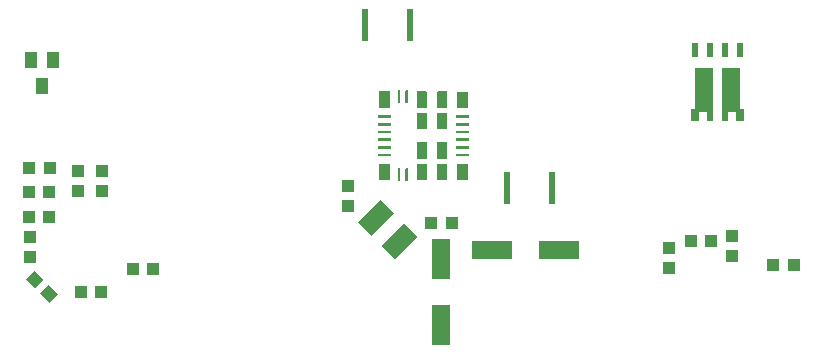
<source format=gbr>
G04 EAGLE Gerber RS-274X export*
G75*
%MOMM*%
%FSLAX34Y34*%
%LPD*%
%INSolderpaste Bottom*%
%IPPOS*%
%AMOC8*
5,1,8,0,0,1.08239X$1,22.5*%
G01*
%ADD10R,1.100000X1.000000*%
%ADD11R,1.000000X1.100000*%
%ADD12R,0.558800X2.794000*%
%ADD13R,1.600000X2.700000*%
%ADD14R,1.000000X1.400000*%
%ADD15R,3.500000X1.600000*%
%ADD16R,1.600000X3.500000*%
%ADD17R,0.610000X1.020000*%
%ADD18R,1.650000X3.810000*%
%ADD19R,0.610000X1.270000*%
%ADD20R,0.650000X1.100000*%
%ADD21R,0.650000X1.050000*%
%ADD22R,0.700000X0.100000*%
%ADD23R,0.100000X1.300000*%

G36*
X-16294Y-296335D02*
X-16294Y-296335D01*
X-16290Y-296338D01*
X-16099Y-296300D01*
X-16090Y-296290D01*
X-16081Y-296293D01*
X-15919Y-296185D01*
X-15915Y-296171D01*
X-15906Y-296171D01*
X-15797Y-296009D01*
X-15798Y-295995D01*
X-15790Y-295991D01*
X-15752Y-295800D01*
X-15755Y-295793D01*
X-15751Y-295790D01*
X-15751Y-282790D01*
X-15755Y-282784D01*
X-15752Y-282780D01*
X-15790Y-282589D01*
X-15800Y-282580D01*
X-15797Y-282571D01*
X-15906Y-282409D01*
X-15919Y-282405D01*
X-15919Y-282396D01*
X-16081Y-282287D01*
X-16095Y-282288D01*
X-16099Y-282280D01*
X-16290Y-282242D01*
X-16297Y-282245D01*
X-16300Y-282241D01*
X-24300Y-282241D01*
X-24306Y-282245D01*
X-24310Y-282242D01*
X-24501Y-282280D01*
X-24510Y-282290D01*
X-24519Y-282287D01*
X-24681Y-282396D01*
X-24685Y-282409D01*
X-24695Y-282409D01*
X-24803Y-282571D01*
X-24802Y-282580D01*
X-24809Y-282585D01*
X-24807Y-282588D01*
X-24810Y-282589D01*
X-24848Y-282780D01*
X-24845Y-282787D01*
X-24849Y-282790D01*
X-24849Y-295790D01*
X-24845Y-295796D01*
X-24848Y-295800D01*
X-24810Y-295991D01*
X-24800Y-296000D01*
X-24803Y-296009D01*
X-24695Y-296171D01*
X-24681Y-296175D01*
X-24681Y-296185D01*
X-24519Y-296293D01*
X-24505Y-296292D01*
X-24501Y-296300D01*
X-24310Y-296338D01*
X-24303Y-296335D01*
X-24300Y-296339D01*
X-16300Y-296339D01*
X-16294Y-296335D01*
G37*
G36*
X49706Y-296835D02*
X49706Y-296835D01*
X49710Y-296838D01*
X49901Y-296800D01*
X49910Y-296790D01*
X49919Y-296793D01*
X50081Y-296685D01*
X50085Y-296671D01*
X50095Y-296671D01*
X50203Y-296509D01*
X50202Y-296495D01*
X50210Y-296491D01*
X50248Y-296300D01*
X50245Y-296293D01*
X50249Y-296290D01*
X50249Y-283290D01*
X50245Y-283284D01*
X50248Y-283280D01*
X50210Y-283089D01*
X50200Y-283080D01*
X50203Y-283071D01*
X50095Y-282909D01*
X50081Y-282905D01*
X50081Y-282896D01*
X49919Y-282787D01*
X49905Y-282788D01*
X49901Y-282780D01*
X49710Y-282742D01*
X49703Y-282745D01*
X49700Y-282741D01*
X41700Y-282741D01*
X41694Y-282745D01*
X41690Y-282742D01*
X41499Y-282780D01*
X41490Y-282790D01*
X41481Y-282787D01*
X41319Y-282896D01*
X41315Y-282909D01*
X41306Y-282909D01*
X41197Y-283071D01*
X41198Y-283080D01*
X41191Y-283085D01*
X41193Y-283088D01*
X41190Y-283089D01*
X41152Y-283280D01*
X41155Y-283287D01*
X41151Y-283290D01*
X41151Y-296290D01*
X41155Y-296296D01*
X41152Y-296300D01*
X41190Y-296491D01*
X41200Y-296500D01*
X41197Y-296509D01*
X41306Y-296671D01*
X41319Y-296675D01*
X41319Y-296685D01*
X41481Y-296793D01*
X41495Y-296792D01*
X41499Y-296800D01*
X41690Y-296838D01*
X41697Y-296835D01*
X41700Y-296839D01*
X49700Y-296839D01*
X49706Y-296835D01*
G37*
G36*
X49706Y-357585D02*
X49706Y-357585D01*
X49710Y-357588D01*
X49901Y-357550D01*
X49910Y-357540D01*
X49919Y-357543D01*
X50081Y-357435D01*
X50085Y-357421D01*
X50095Y-357421D01*
X50203Y-357259D01*
X50202Y-357245D01*
X50210Y-357241D01*
X50248Y-357050D01*
X50245Y-357043D01*
X50249Y-357040D01*
X50249Y-344040D01*
X50245Y-344034D01*
X50248Y-344030D01*
X50210Y-343839D01*
X50200Y-343830D01*
X50203Y-343821D01*
X50095Y-343659D01*
X50081Y-343655D01*
X50081Y-343646D01*
X49919Y-343537D01*
X49905Y-343538D01*
X49901Y-343530D01*
X49710Y-343492D01*
X49703Y-343495D01*
X49700Y-343491D01*
X41700Y-343491D01*
X41694Y-343495D01*
X41690Y-343492D01*
X41499Y-343530D01*
X41490Y-343540D01*
X41481Y-343537D01*
X41319Y-343646D01*
X41315Y-343659D01*
X41306Y-343659D01*
X41197Y-343821D01*
X41198Y-343830D01*
X41191Y-343835D01*
X41193Y-343838D01*
X41190Y-343839D01*
X41152Y-344030D01*
X41155Y-344037D01*
X41151Y-344040D01*
X41151Y-357040D01*
X41155Y-357046D01*
X41152Y-357050D01*
X41190Y-357241D01*
X41200Y-357250D01*
X41197Y-357259D01*
X41306Y-357421D01*
X41319Y-357425D01*
X41319Y-357435D01*
X41481Y-357543D01*
X41495Y-357542D01*
X41499Y-357550D01*
X41690Y-357588D01*
X41697Y-357585D01*
X41700Y-357589D01*
X49700Y-357589D01*
X49706Y-357585D01*
G37*
G36*
X-16294Y-357585D02*
X-16294Y-357585D01*
X-16290Y-357588D01*
X-16099Y-357550D01*
X-16090Y-357540D01*
X-16081Y-357543D01*
X-15919Y-357435D01*
X-15915Y-357421D01*
X-15906Y-357421D01*
X-15797Y-357259D01*
X-15798Y-357245D01*
X-15790Y-357241D01*
X-15752Y-357050D01*
X-15755Y-357043D01*
X-15751Y-357040D01*
X-15751Y-344040D01*
X-15755Y-344034D01*
X-15752Y-344030D01*
X-15790Y-343839D01*
X-15800Y-343830D01*
X-15797Y-343821D01*
X-15906Y-343659D01*
X-15919Y-343655D01*
X-15919Y-343646D01*
X-16081Y-343537D01*
X-16095Y-343538D01*
X-16099Y-343530D01*
X-16290Y-343492D01*
X-16297Y-343495D01*
X-16300Y-343491D01*
X-24300Y-343491D01*
X-24306Y-343495D01*
X-24310Y-343492D01*
X-24501Y-343530D01*
X-24510Y-343540D01*
X-24519Y-343537D01*
X-24681Y-343646D01*
X-24685Y-343659D01*
X-24695Y-343659D01*
X-24803Y-343821D01*
X-24802Y-343830D01*
X-24809Y-343835D01*
X-24807Y-343838D01*
X-24810Y-343839D01*
X-24848Y-344030D01*
X-24845Y-344037D01*
X-24849Y-344040D01*
X-24849Y-357040D01*
X-24845Y-357046D01*
X-24848Y-357050D01*
X-24810Y-357241D01*
X-24800Y-357250D01*
X-24803Y-357259D01*
X-24695Y-357421D01*
X-24681Y-357425D01*
X-24681Y-357435D01*
X-24519Y-357543D01*
X-24505Y-357542D01*
X-24501Y-357550D01*
X-24310Y-357588D01*
X-24303Y-357585D01*
X-24300Y-357589D01*
X-16300Y-357589D01*
X-16294Y-357585D01*
G37*
G36*
X14956Y-296585D02*
X14956Y-296585D01*
X14960Y-296588D01*
X15151Y-296550D01*
X15160Y-296540D01*
X15169Y-296543D01*
X15331Y-296435D01*
X15335Y-296421D01*
X15345Y-296421D01*
X15453Y-296259D01*
X15452Y-296245D01*
X15460Y-296241D01*
X15498Y-296050D01*
X15495Y-296043D01*
X15499Y-296040D01*
X15499Y-283040D01*
X15495Y-283034D01*
X15498Y-283030D01*
X15460Y-282839D01*
X15450Y-282830D01*
X15453Y-282821D01*
X15345Y-282659D01*
X15331Y-282655D01*
X15331Y-282646D01*
X15169Y-282537D01*
X15155Y-282538D01*
X15151Y-282530D01*
X14960Y-282492D01*
X14953Y-282495D01*
X14950Y-282491D01*
X7450Y-282491D01*
X7444Y-282495D01*
X7440Y-282492D01*
X7249Y-282530D01*
X7240Y-282540D01*
X7231Y-282537D01*
X7069Y-282646D01*
X7065Y-282659D01*
X7056Y-282659D01*
X6947Y-282821D01*
X6948Y-282830D01*
X6941Y-282835D01*
X6943Y-282838D01*
X6940Y-282839D01*
X6902Y-283030D01*
X6905Y-283037D01*
X6901Y-283040D01*
X6901Y-296040D01*
X6905Y-296046D01*
X6902Y-296050D01*
X6940Y-296241D01*
X6950Y-296250D01*
X6947Y-296259D01*
X7056Y-296421D01*
X7069Y-296425D01*
X7069Y-296435D01*
X7231Y-296543D01*
X7245Y-296542D01*
X7249Y-296550D01*
X7440Y-296588D01*
X7447Y-296585D01*
X7450Y-296589D01*
X14950Y-296589D01*
X14956Y-296585D01*
G37*
G36*
X32456Y-296585D02*
X32456Y-296585D01*
X32460Y-296588D01*
X32651Y-296550D01*
X32660Y-296540D01*
X32669Y-296543D01*
X32831Y-296435D01*
X32835Y-296421D01*
X32845Y-296421D01*
X32953Y-296259D01*
X32952Y-296245D01*
X32960Y-296241D01*
X32998Y-296050D01*
X32995Y-296043D01*
X32999Y-296040D01*
X32999Y-283040D01*
X32995Y-283034D01*
X32998Y-283030D01*
X32960Y-282839D01*
X32950Y-282830D01*
X32953Y-282821D01*
X32845Y-282659D01*
X32831Y-282655D01*
X32831Y-282646D01*
X32669Y-282537D01*
X32655Y-282538D01*
X32651Y-282530D01*
X32460Y-282492D01*
X32453Y-282495D01*
X32450Y-282491D01*
X24950Y-282491D01*
X24944Y-282495D01*
X24940Y-282492D01*
X24749Y-282530D01*
X24740Y-282540D01*
X24731Y-282537D01*
X24569Y-282646D01*
X24565Y-282659D01*
X24556Y-282659D01*
X24447Y-282821D01*
X24448Y-282830D01*
X24441Y-282835D01*
X24443Y-282838D01*
X24440Y-282839D01*
X24402Y-283030D01*
X24405Y-283037D01*
X24401Y-283040D01*
X24401Y-296040D01*
X24405Y-296046D01*
X24402Y-296050D01*
X24440Y-296241D01*
X24450Y-296250D01*
X24447Y-296259D01*
X24556Y-296421D01*
X24569Y-296425D01*
X24569Y-296435D01*
X24731Y-296543D01*
X24745Y-296542D01*
X24749Y-296550D01*
X24940Y-296588D01*
X24947Y-296585D01*
X24950Y-296589D01*
X32450Y-296589D01*
X32456Y-296585D01*
G37*
G36*
X32456Y-314585D02*
X32456Y-314585D01*
X32460Y-314588D01*
X32651Y-314550D01*
X32660Y-314540D01*
X32669Y-314543D01*
X32831Y-314435D01*
X32835Y-314421D01*
X32845Y-314421D01*
X32953Y-314259D01*
X32952Y-314245D01*
X32960Y-314241D01*
X32998Y-314050D01*
X32995Y-314043D01*
X32999Y-314040D01*
X32999Y-301040D01*
X32995Y-301034D01*
X32998Y-301030D01*
X32960Y-300839D01*
X32950Y-300830D01*
X32953Y-300821D01*
X32845Y-300659D01*
X32831Y-300655D01*
X32831Y-300646D01*
X32669Y-300537D01*
X32655Y-300538D01*
X32651Y-300530D01*
X32460Y-300492D01*
X32453Y-300495D01*
X32450Y-300491D01*
X24950Y-300491D01*
X24944Y-300495D01*
X24940Y-300492D01*
X24749Y-300530D01*
X24740Y-300540D01*
X24731Y-300537D01*
X24569Y-300646D01*
X24565Y-300659D01*
X24556Y-300659D01*
X24447Y-300821D01*
X24448Y-300830D01*
X24441Y-300835D01*
X24443Y-300838D01*
X24440Y-300839D01*
X24402Y-301030D01*
X24405Y-301037D01*
X24401Y-301040D01*
X24401Y-314040D01*
X24405Y-314046D01*
X24402Y-314050D01*
X24440Y-314241D01*
X24450Y-314250D01*
X24447Y-314259D01*
X24556Y-314421D01*
X24569Y-314425D01*
X24569Y-314435D01*
X24731Y-314543D01*
X24745Y-314542D01*
X24749Y-314550D01*
X24940Y-314588D01*
X24947Y-314585D01*
X24950Y-314589D01*
X32450Y-314589D01*
X32456Y-314585D01*
G37*
G36*
X14956Y-314585D02*
X14956Y-314585D01*
X14960Y-314588D01*
X15151Y-314550D01*
X15160Y-314540D01*
X15169Y-314543D01*
X15331Y-314435D01*
X15335Y-314421D01*
X15345Y-314421D01*
X15453Y-314259D01*
X15452Y-314245D01*
X15460Y-314241D01*
X15498Y-314050D01*
X15495Y-314043D01*
X15499Y-314040D01*
X15499Y-301040D01*
X15495Y-301034D01*
X15498Y-301030D01*
X15460Y-300839D01*
X15450Y-300830D01*
X15453Y-300821D01*
X15345Y-300659D01*
X15331Y-300655D01*
X15331Y-300646D01*
X15169Y-300537D01*
X15155Y-300538D01*
X15151Y-300530D01*
X14960Y-300492D01*
X14953Y-300495D01*
X14950Y-300491D01*
X7450Y-300491D01*
X7444Y-300495D01*
X7440Y-300492D01*
X7249Y-300530D01*
X7240Y-300540D01*
X7231Y-300537D01*
X7069Y-300646D01*
X7065Y-300659D01*
X7056Y-300659D01*
X6947Y-300821D01*
X6948Y-300830D01*
X6941Y-300835D01*
X6943Y-300838D01*
X6940Y-300839D01*
X6902Y-301030D01*
X6905Y-301037D01*
X6901Y-301040D01*
X6901Y-314040D01*
X6905Y-314046D01*
X6902Y-314050D01*
X6940Y-314241D01*
X6950Y-314250D01*
X6947Y-314259D01*
X7056Y-314421D01*
X7069Y-314425D01*
X7069Y-314435D01*
X7231Y-314543D01*
X7245Y-314542D01*
X7249Y-314550D01*
X7440Y-314588D01*
X7447Y-314585D01*
X7450Y-314589D01*
X14950Y-314589D01*
X14956Y-314585D01*
G37*
G36*
X14956Y-339585D02*
X14956Y-339585D01*
X14960Y-339588D01*
X15151Y-339550D01*
X15160Y-339540D01*
X15169Y-339543D01*
X15331Y-339435D01*
X15335Y-339421D01*
X15345Y-339421D01*
X15453Y-339259D01*
X15452Y-339245D01*
X15460Y-339241D01*
X15498Y-339050D01*
X15495Y-339043D01*
X15499Y-339040D01*
X15499Y-326040D01*
X15495Y-326034D01*
X15498Y-326030D01*
X15460Y-325839D01*
X15450Y-325830D01*
X15453Y-325821D01*
X15345Y-325659D01*
X15331Y-325655D01*
X15331Y-325646D01*
X15169Y-325537D01*
X15155Y-325538D01*
X15151Y-325530D01*
X14960Y-325492D01*
X14953Y-325495D01*
X14950Y-325491D01*
X7450Y-325491D01*
X7444Y-325495D01*
X7440Y-325492D01*
X7249Y-325530D01*
X7240Y-325540D01*
X7231Y-325537D01*
X7069Y-325646D01*
X7065Y-325659D01*
X7056Y-325659D01*
X6947Y-325821D01*
X6948Y-325830D01*
X6941Y-325835D01*
X6943Y-325838D01*
X6940Y-325839D01*
X6902Y-326030D01*
X6905Y-326037D01*
X6901Y-326040D01*
X6901Y-339040D01*
X6905Y-339046D01*
X6902Y-339050D01*
X6940Y-339241D01*
X6950Y-339250D01*
X6947Y-339259D01*
X7056Y-339421D01*
X7069Y-339425D01*
X7069Y-339435D01*
X7231Y-339543D01*
X7245Y-339542D01*
X7249Y-339550D01*
X7440Y-339588D01*
X7447Y-339585D01*
X7450Y-339589D01*
X14950Y-339589D01*
X14956Y-339585D01*
G37*
G36*
X32456Y-339585D02*
X32456Y-339585D01*
X32460Y-339588D01*
X32651Y-339550D01*
X32660Y-339540D01*
X32669Y-339543D01*
X32831Y-339435D01*
X32835Y-339421D01*
X32845Y-339421D01*
X32953Y-339259D01*
X32952Y-339245D01*
X32960Y-339241D01*
X32998Y-339050D01*
X32995Y-339043D01*
X32999Y-339040D01*
X32999Y-326040D01*
X32995Y-326034D01*
X32998Y-326030D01*
X32960Y-325839D01*
X32950Y-325830D01*
X32953Y-325821D01*
X32845Y-325659D01*
X32831Y-325655D01*
X32831Y-325646D01*
X32669Y-325537D01*
X32655Y-325538D01*
X32651Y-325530D01*
X32460Y-325492D01*
X32453Y-325495D01*
X32450Y-325491D01*
X24950Y-325491D01*
X24944Y-325495D01*
X24940Y-325492D01*
X24749Y-325530D01*
X24740Y-325540D01*
X24731Y-325537D01*
X24569Y-325646D01*
X24565Y-325659D01*
X24556Y-325659D01*
X24447Y-325821D01*
X24448Y-325830D01*
X24441Y-325835D01*
X24443Y-325838D01*
X24440Y-325839D01*
X24402Y-326030D01*
X24405Y-326037D01*
X24401Y-326040D01*
X24401Y-339040D01*
X24405Y-339046D01*
X24402Y-339050D01*
X24440Y-339241D01*
X24450Y-339250D01*
X24447Y-339259D01*
X24556Y-339421D01*
X24569Y-339425D01*
X24569Y-339435D01*
X24731Y-339543D01*
X24745Y-339542D01*
X24749Y-339550D01*
X24940Y-339588D01*
X24947Y-339585D01*
X24950Y-339589D01*
X32450Y-339589D01*
X32456Y-339585D01*
G37*
G36*
X32456Y-357835D02*
X32456Y-357835D01*
X32460Y-357838D01*
X32651Y-357800D01*
X32660Y-357790D01*
X32669Y-357793D01*
X32831Y-357685D01*
X32835Y-357671D01*
X32845Y-357671D01*
X32953Y-357509D01*
X32952Y-357495D01*
X32960Y-357491D01*
X32998Y-357300D01*
X32995Y-357293D01*
X32999Y-357290D01*
X32999Y-344290D01*
X32995Y-344284D01*
X32998Y-344280D01*
X32960Y-344089D01*
X32950Y-344080D01*
X32953Y-344071D01*
X32845Y-343909D01*
X32831Y-343905D01*
X32831Y-343896D01*
X32669Y-343787D01*
X32655Y-343788D01*
X32651Y-343780D01*
X32460Y-343742D01*
X32453Y-343745D01*
X32450Y-343741D01*
X24950Y-343741D01*
X24944Y-343745D01*
X24940Y-343742D01*
X24749Y-343780D01*
X24740Y-343790D01*
X24731Y-343787D01*
X24569Y-343896D01*
X24565Y-343909D01*
X24556Y-343909D01*
X24447Y-344071D01*
X24448Y-344080D01*
X24441Y-344085D01*
X24443Y-344088D01*
X24440Y-344089D01*
X24402Y-344280D01*
X24405Y-344287D01*
X24401Y-344290D01*
X24401Y-357290D01*
X24405Y-357296D01*
X24402Y-357300D01*
X24440Y-357491D01*
X24450Y-357500D01*
X24447Y-357509D01*
X24556Y-357671D01*
X24569Y-357675D01*
X24569Y-357685D01*
X24731Y-357793D01*
X24745Y-357792D01*
X24749Y-357800D01*
X24940Y-357838D01*
X24947Y-357835D01*
X24950Y-357839D01*
X32450Y-357839D01*
X32456Y-357835D01*
G37*
G36*
X14956Y-357835D02*
X14956Y-357835D01*
X14960Y-357838D01*
X15151Y-357800D01*
X15160Y-357790D01*
X15169Y-357793D01*
X15331Y-357685D01*
X15335Y-357671D01*
X15345Y-357671D01*
X15453Y-357509D01*
X15452Y-357495D01*
X15460Y-357491D01*
X15498Y-357300D01*
X15495Y-357293D01*
X15499Y-357290D01*
X15499Y-344290D01*
X15495Y-344284D01*
X15498Y-344280D01*
X15460Y-344089D01*
X15450Y-344080D01*
X15453Y-344071D01*
X15345Y-343909D01*
X15331Y-343905D01*
X15331Y-343896D01*
X15169Y-343787D01*
X15155Y-343788D01*
X15151Y-343780D01*
X14960Y-343742D01*
X14953Y-343745D01*
X14950Y-343741D01*
X7450Y-343741D01*
X7444Y-343745D01*
X7440Y-343742D01*
X7249Y-343780D01*
X7240Y-343790D01*
X7231Y-343787D01*
X7069Y-343896D01*
X7065Y-343909D01*
X7056Y-343909D01*
X6947Y-344071D01*
X6948Y-344080D01*
X6941Y-344085D01*
X6943Y-344088D01*
X6940Y-344089D01*
X6902Y-344280D01*
X6905Y-344287D01*
X6901Y-344290D01*
X6901Y-357290D01*
X6905Y-357296D01*
X6902Y-357300D01*
X6940Y-357491D01*
X6950Y-357500D01*
X6947Y-357509D01*
X7056Y-357671D01*
X7069Y-357675D01*
X7069Y-357685D01*
X7231Y-357793D01*
X7245Y-357792D01*
X7249Y-357800D01*
X7440Y-357838D01*
X7447Y-357835D01*
X7450Y-357839D01*
X14950Y-357839D01*
X14956Y-357835D01*
G37*
G36*
X-1044Y-292585D02*
X-1044Y-292585D01*
X-1040Y-292588D01*
X-849Y-292550D01*
X-840Y-292540D01*
X-831Y-292543D01*
X-669Y-292435D01*
X-665Y-292421D01*
X-656Y-292421D01*
X-547Y-292259D01*
X-548Y-292245D01*
X-540Y-292241D01*
X-502Y-292050D01*
X-505Y-292043D01*
X-501Y-292040D01*
X-501Y-282040D01*
X-505Y-282034D01*
X-502Y-282030D01*
X-540Y-281839D01*
X-550Y-281830D01*
X-547Y-281821D01*
X-656Y-281659D01*
X-669Y-281655D01*
X-669Y-281646D01*
X-831Y-281537D01*
X-845Y-281538D01*
X-849Y-281530D01*
X-1040Y-281492D01*
X-1047Y-281495D01*
X-1050Y-281491D01*
X-2050Y-281491D01*
X-2056Y-281495D01*
X-2060Y-281492D01*
X-2251Y-281530D01*
X-2260Y-281540D01*
X-2269Y-281537D01*
X-2431Y-281646D01*
X-2435Y-281659D01*
X-2445Y-281659D01*
X-2553Y-281821D01*
X-2552Y-281833D01*
X-2559Y-281838D01*
X-2560Y-281839D01*
X-2598Y-282030D01*
X-2596Y-282035D01*
X-2597Y-282036D01*
X-2596Y-282038D01*
X-2599Y-282040D01*
X-2599Y-292040D01*
X-2595Y-292046D01*
X-2598Y-292050D01*
X-2560Y-292241D01*
X-2550Y-292250D01*
X-2553Y-292259D01*
X-2445Y-292421D01*
X-2431Y-292425D01*
X-2431Y-292435D01*
X-2269Y-292543D01*
X-2255Y-292542D01*
X-2251Y-292550D01*
X-2060Y-292588D01*
X-2053Y-292585D01*
X-2050Y-292589D01*
X-1050Y-292589D01*
X-1044Y-292585D01*
G37*
G36*
X-7544Y-292585D02*
X-7544Y-292585D01*
X-7540Y-292588D01*
X-7349Y-292550D01*
X-7340Y-292540D01*
X-7331Y-292543D01*
X-7169Y-292435D01*
X-7165Y-292421D01*
X-7156Y-292421D01*
X-7047Y-292259D01*
X-7048Y-292245D01*
X-7040Y-292241D01*
X-7002Y-292050D01*
X-7005Y-292043D01*
X-7001Y-292040D01*
X-7001Y-282040D01*
X-7005Y-282034D01*
X-7002Y-282030D01*
X-7040Y-281839D01*
X-7050Y-281830D01*
X-7047Y-281821D01*
X-7156Y-281659D01*
X-7169Y-281655D01*
X-7169Y-281646D01*
X-7331Y-281537D01*
X-7345Y-281538D01*
X-7349Y-281530D01*
X-7540Y-281492D01*
X-7547Y-281495D01*
X-7550Y-281491D01*
X-8550Y-281491D01*
X-8556Y-281495D01*
X-8560Y-281492D01*
X-8751Y-281530D01*
X-8760Y-281540D01*
X-8769Y-281537D01*
X-8931Y-281646D01*
X-8935Y-281659D01*
X-8945Y-281659D01*
X-9053Y-281821D01*
X-9052Y-281833D01*
X-9059Y-281838D01*
X-9060Y-281839D01*
X-9098Y-282030D01*
X-9096Y-282035D01*
X-9097Y-282036D01*
X-9096Y-282038D01*
X-9099Y-282040D01*
X-9099Y-292040D01*
X-9095Y-292046D01*
X-9098Y-292050D01*
X-9060Y-292241D01*
X-9050Y-292250D01*
X-9053Y-292259D01*
X-8945Y-292421D01*
X-8931Y-292425D01*
X-8931Y-292435D01*
X-8769Y-292543D01*
X-8755Y-292542D01*
X-8751Y-292550D01*
X-8560Y-292588D01*
X-8553Y-292585D01*
X-8550Y-292589D01*
X-7550Y-292589D01*
X-7544Y-292585D01*
G37*
G36*
X-1044Y-358585D02*
X-1044Y-358585D01*
X-1040Y-358588D01*
X-849Y-358550D01*
X-840Y-358540D01*
X-831Y-358543D01*
X-669Y-358435D01*
X-665Y-358421D01*
X-656Y-358421D01*
X-547Y-358259D01*
X-548Y-358245D01*
X-540Y-358241D01*
X-502Y-358050D01*
X-505Y-358043D01*
X-501Y-358040D01*
X-501Y-348040D01*
X-505Y-348034D01*
X-502Y-348030D01*
X-540Y-347839D01*
X-550Y-347830D01*
X-547Y-347821D01*
X-656Y-347659D01*
X-669Y-347655D01*
X-669Y-347646D01*
X-831Y-347537D01*
X-845Y-347538D01*
X-849Y-347530D01*
X-1040Y-347492D01*
X-1047Y-347495D01*
X-1050Y-347491D01*
X-2050Y-347491D01*
X-2056Y-347495D01*
X-2060Y-347492D01*
X-2251Y-347530D01*
X-2260Y-347540D01*
X-2269Y-347537D01*
X-2431Y-347646D01*
X-2435Y-347659D01*
X-2445Y-347659D01*
X-2553Y-347821D01*
X-2552Y-347833D01*
X-2559Y-347838D01*
X-2560Y-347839D01*
X-2598Y-348030D01*
X-2596Y-348035D01*
X-2597Y-348036D01*
X-2596Y-348038D01*
X-2599Y-348040D01*
X-2599Y-358040D01*
X-2595Y-358046D01*
X-2598Y-358050D01*
X-2560Y-358241D01*
X-2550Y-358250D01*
X-2553Y-358259D01*
X-2445Y-358421D01*
X-2431Y-358425D01*
X-2431Y-358435D01*
X-2269Y-358543D01*
X-2255Y-358542D01*
X-2251Y-358550D01*
X-2060Y-358588D01*
X-2053Y-358585D01*
X-2050Y-358589D01*
X-1050Y-358589D01*
X-1044Y-358585D01*
G37*
G36*
X-7544Y-358585D02*
X-7544Y-358585D01*
X-7540Y-358588D01*
X-7349Y-358550D01*
X-7340Y-358540D01*
X-7331Y-358543D01*
X-7169Y-358435D01*
X-7165Y-358421D01*
X-7156Y-358421D01*
X-7047Y-358259D01*
X-7048Y-358245D01*
X-7040Y-358241D01*
X-7002Y-358050D01*
X-7005Y-358043D01*
X-7001Y-358040D01*
X-7001Y-348040D01*
X-7005Y-348034D01*
X-7002Y-348030D01*
X-7040Y-347839D01*
X-7050Y-347830D01*
X-7047Y-347821D01*
X-7156Y-347659D01*
X-7169Y-347655D01*
X-7169Y-347646D01*
X-7331Y-347537D01*
X-7345Y-347538D01*
X-7349Y-347530D01*
X-7540Y-347492D01*
X-7547Y-347495D01*
X-7550Y-347491D01*
X-8550Y-347491D01*
X-8556Y-347495D01*
X-8560Y-347492D01*
X-8751Y-347530D01*
X-8760Y-347540D01*
X-8769Y-347537D01*
X-8931Y-347646D01*
X-8935Y-347659D01*
X-8945Y-347659D01*
X-9053Y-347821D01*
X-9052Y-347833D01*
X-9059Y-347838D01*
X-9060Y-347839D01*
X-9098Y-348030D01*
X-9096Y-348035D01*
X-9097Y-348036D01*
X-9096Y-348038D01*
X-9099Y-348040D01*
X-9099Y-358040D01*
X-9095Y-358046D01*
X-9098Y-358050D01*
X-9060Y-358241D01*
X-9050Y-358250D01*
X-9053Y-358259D01*
X-8945Y-358421D01*
X-8931Y-358425D01*
X-8931Y-358435D01*
X-8769Y-358543D01*
X-8755Y-358542D01*
X-8751Y-358550D01*
X-8560Y-358588D01*
X-8553Y-358585D01*
X-8550Y-358589D01*
X-7550Y-358589D01*
X-7544Y-358585D01*
G37*
G36*
X-15294Y-304835D02*
X-15294Y-304835D01*
X-15290Y-304838D01*
X-15099Y-304800D01*
X-15090Y-304790D01*
X-15081Y-304793D01*
X-14919Y-304685D01*
X-14915Y-304671D01*
X-14906Y-304671D01*
X-14797Y-304509D01*
X-14798Y-304495D01*
X-14790Y-304491D01*
X-14752Y-304300D01*
X-14755Y-304293D01*
X-14751Y-304290D01*
X-14751Y-303290D01*
X-14755Y-303284D01*
X-14752Y-303280D01*
X-14790Y-303089D01*
X-14800Y-303080D01*
X-14797Y-303071D01*
X-14906Y-302909D01*
X-14919Y-302905D01*
X-14919Y-302896D01*
X-15081Y-302787D01*
X-15095Y-302788D01*
X-15099Y-302780D01*
X-15290Y-302742D01*
X-15297Y-302745D01*
X-15300Y-302741D01*
X-25300Y-302741D01*
X-25306Y-302745D01*
X-25310Y-302742D01*
X-25501Y-302780D01*
X-25510Y-302790D01*
X-25519Y-302787D01*
X-25681Y-302896D01*
X-25685Y-302909D01*
X-25695Y-302909D01*
X-25803Y-303071D01*
X-25802Y-303085D01*
X-25810Y-303089D01*
X-25848Y-303280D01*
X-25845Y-303287D01*
X-25849Y-303290D01*
X-25849Y-304290D01*
X-25845Y-304296D01*
X-25848Y-304300D01*
X-25810Y-304491D01*
X-25800Y-304500D01*
X-25803Y-304509D01*
X-25695Y-304671D01*
X-25681Y-304675D01*
X-25681Y-304685D01*
X-25519Y-304793D01*
X-25505Y-304792D01*
X-25501Y-304800D01*
X-25310Y-304838D01*
X-25303Y-304835D01*
X-25300Y-304839D01*
X-15300Y-304839D01*
X-15294Y-304835D01*
G37*
G36*
X50706Y-304835D02*
X50706Y-304835D01*
X50710Y-304838D01*
X50901Y-304800D01*
X50910Y-304790D01*
X50919Y-304793D01*
X51081Y-304685D01*
X51085Y-304671D01*
X51095Y-304671D01*
X51203Y-304509D01*
X51202Y-304495D01*
X51210Y-304491D01*
X51248Y-304300D01*
X51245Y-304293D01*
X51249Y-304290D01*
X51249Y-303290D01*
X51245Y-303284D01*
X51248Y-303280D01*
X51210Y-303089D01*
X51200Y-303080D01*
X51203Y-303071D01*
X51095Y-302909D01*
X51081Y-302905D01*
X51081Y-302896D01*
X50919Y-302787D01*
X50905Y-302788D01*
X50901Y-302780D01*
X50710Y-302742D01*
X50703Y-302745D01*
X50700Y-302741D01*
X40700Y-302741D01*
X40694Y-302745D01*
X40690Y-302742D01*
X40499Y-302780D01*
X40490Y-302790D01*
X40481Y-302787D01*
X40319Y-302896D01*
X40315Y-302909D01*
X40306Y-302909D01*
X40197Y-303071D01*
X40198Y-303085D01*
X40190Y-303089D01*
X40152Y-303280D01*
X40155Y-303287D01*
X40151Y-303290D01*
X40151Y-304290D01*
X40155Y-304296D01*
X40152Y-304300D01*
X40190Y-304491D01*
X40200Y-304500D01*
X40197Y-304509D01*
X40306Y-304671D01*
X40319Y-304675D01*
X40319Y-304685D01*
X40481Y-304793D01*
X40495Y-304792D01*
X40499Y-304800D01*
X40690Y-304838D01*
X40697Y-304835D01*
X40700Y-304839D01*
X50700Y-304839D01*
X50706Y-304835D01*
G37*
G36*
X50706Y-311335D02*
X50706Y-311335D01*
X50710Y-311338D01*
X50901Y-311300D01*
X50910Y-311290D01*
X50919Y-311293D01*
X51081Y-311185D01*
X51085Y-311171D01*
X51095Y-311171D01*
X51203Y-311009D01*
X51202Y-310995D01*
X51210Y-310991D01*
X51248Y-310800D01*
X51245Y-310793D01*
X51249Y-310790D01*
X51249Y-309790D01*
X51245Y-309784D01*
X51248Y-309780D01*
X51210Y-309589D01*
X51200Y-309580D01*
X51203Y-309571D01*
X51095Y-309409D01*
X51081Y-309405D01*
X51081Y-309396D01*
X50919Y-309287D01*
X50905Y-309288D01*
X50901Y-309280D01*
X50710Y-309242D01*
X50703Y-309245D01*
X50700Y-309241D01*
X40700Y-309241D01*
X40694Y-309245D01*
X40690Y-309242D01*
X40499Y-309280D01*
X40490Y-309290D01*
X40481Y-309287D01*
X40319Y-309396D01*
X40315Y-309409D01*
X40306Y-309409D01*
X40197Y-309571D01*
X40198Y-309585D01*
X40190Y-309589D01*
X40152Y-309780D01*
X40155Y-309787D01*
X40151Y-309790D01*
X40151Y-310790D01*
X40155Y-310796D01*
X40152Y-310800D01*
X40190Y-310991D01*
X40200Y-311000D01*
X40197Y-311009D01*
X40306Y-311171D01*
X40319Y-311175D01*
X40319Y-311185D01*
X40481Y-311293D01*
X40495Y-311292D01*
X40499Y-311300D01*
X40690Y-311338D01*
X40697Y-311335D01*
X40700Y-311339D01*
X50700Y-311339D01*
X50706Y-311335D01*
G37*
G36*
X-15294Y-311335D02*
X-15294Y-311335D01*
X-15290Y-311338D01*
X-15099Y-311300D01*
X-15090Y-311290D01*
X-15081Y-311293D01*
X-14919Y-311185D01*
X-14915Y-311171D01*
X-14906Y-311171D01*
X-14797Y-311009D01*
X-14798Y-310995D01*
X-14790Y-310991D01*
X-14752Y-310800D01*
X-14755Y-310793D01*
X-14751Y-310790D01*
X-14751Y-309790D01*
X-14755Y-309784D01*
X-14752Y-309780D01*
X-14790Y-309589D01*
X-14800Y-309580D01*
X-14797Y-309571D01*
X-14906Y-309409D01*
X-14919Y-309405D01*
X-14919Y-309396D01*
X-15081Y-309287D01*
X-15095Y-309288D01*
X-15099Y-309280D01*
X-15290Y-309242D01*
X-15297Y-309245D01*
X-15300Y-309241D01*
X-25300Y-309241D01*
X-25306Y-309245D01*
X-25310Y-309242D01*
X-25501Y-309280D01*
X-25510Y-309290D01*
X-25519Y-309287D01*
X-25681Y-309396D01*
X-25685Y-309409D01*
X-25695Y-309409D01*
X-25803Y-309571D01*
X-25802Y-309585D01*
X-25810Y-309589D01*
X-25848Y-309780D01*
X-25845Y-309787D01*
X-25849Y-309790D01*
X-25849Y-310790D01*
X-25845Y-310796D01*
X-25848Y-310800D01*
X-25810Y-310991D01*
X-25800Y-311000D01*
X-25803Y-311009D01*
X-25695Y-311171D01*
X-25681Y-311175D01*
X-25681Y-311185D01*
X-25519Y-311293D01*
X-25505Y-311292D01*
X-25501Y-311300D01*
X-25310Y-311338D01*
X-25303Y-311335D01*
X-25300Y-311339D01*
X-15300Y-311339D01*
X-15294Y-311335D01*
G37*
G36*
X-15294Y-317835D02*
X-15294Y-317835D01*
X-15290Y-317838D01*
X-15099Y-317800D01*
X-15090Y-317790D01*
X-15081Y-317793D01*
X-14919Y-317685D01*
X-14915Y-317671D01*
X-14906Y-317671D01*
X-14797Y-317509D01*
X-14798Y-317495D01*
X-14790Y-317491D01*
X-14752Y-317300D01*
X-14755Y-317293D01*
X-14751Y-317290D01*
X-14751Y-316290D01*
X-14755Y-316284D01*
X-14752Y-316280D01*
X-14790Y-316089D01*
X-14800Y-316080D01*
X-14797Y-316071D01*
X-14906Y-315909D01*
X-14919Y-315905D01*
X-14919Y-315896D01*
X-15081Y-315787D01*
X-15095Y-315788D01*
X-15099Y-315780D01*
X-15290Y-315742D01*
X-15297Y-315745D01*
X-15300Y-315741D01*
X-25300Y-315741D01*
X-25306Y-315745D01*
X-25310Y-315742D01*
X-25501Y-315780D01*
X-25510Y-315790D01*
X-25519Y-315787D01*
X-25681Y-315896D01*
X-25685Y-315909D01*
X-25695Y-315909D01*
X-25803Y-316071D01*
X-25802Y-316085D01*
X-25810Y-316089D01*
X-25848Y-316280D01*
X-25845Y-316287D01*
X-25849Y-316290D01*
X-25849Y-317290D01*
X-25845Y-317296D01*
X-25848Y-317300D01*
X-25810Y-317491D01*
X-25800Y-317500D01*
X-25803Y-317509D01*
X-25695Y-317671D01*
X-25681Y-317675D01*
X-25681Y-317685D01*
X-25519Y-317793D01*
X-25505Y-317792D01*
X-25501Y-317800D01*
X-25310Y-317838D01*
X-25303Y-317835D01*
X-25300Y-317839D01*
X-15300Y-317839D01*
X-15294Y-317835D01*
G37*
G36*
X50706Y-317835D02*
X50706Y-317835D01*
X50710Y-317838D01*
X50901Y-317800D01*
X50910Y-317790D01*
X50919Y-317793D01*
X51081Y-317685D01*
X51085Y-317671D01*
X51095Y-317671D01*
X51203Y-317509D01*
X51202Y-317495D01*
X51210Y-317491D01*
X51248Y-317300D01*
X51245Y-317293D01*
X51249Y-317290D01*
X51249Y-316290D01*
X51245Y-316284D01*
X51248Y-316280D01*
X51210Y-316089D01*
X51200Y-316080D01*
X51203Y-316071D01*
X51095Y-315909D01*
X51081Y-315905D01*
X51081Y-315896D01*
X50919Y-315787D01*
X50905Y-315788D01*
X50901Y-315780D01*
X50710Y-315742D01*
X50703Y-315745D01*
X50700Y-315741D01*
X40700Y-315741D01*
X40694Y-315745D01*
X40690Y-315742D01*
X40499Y-315780D01*
X40490Y-315790D01*
X40481Y-315787D01*
X40319Y-315896D01*
X40315Y-315909D01*
X40306Y-315909D01*
X40197Y-316071D01*
X40198Y-316085D01*
X40190Y-316089D01*
X40152Y-316280D01*
X40155Y-316287D01*
X40151Y-316290D01*
X40151Y-317290D01*
X40155Y-317296D01*
X40152Y-317300D01*
X40190Y-317491D01*
X40200Y-317500D01*
X40197Y-317509D01*
X40306Y-317671D01*
X40319Y-317675D01*
X40319Y-317685D01*
X40481Y-317793D01*
X40495Y-317792D01*
X40499Y-317800D01*
X40690Y-317838D01*
X40697Y-317835D01*
X40700Y-317839D01*
X50700Y-317839D01*
X50706Y-317835D01*
G37*
G36*
X-15294Y-324335D02*
X-15294Y-324335D01*
X-15290Y-324338D01*
X-15099Y-324300D01*
X-15090Y-324290D01*
X-15081Y-324293D01*
X-14919Y-324185D01*
X-14915Y-324171D01*
X-14906Y-324171D01*
X-14797Y-324009D01*
X-14798Y-323995D01*
X-14790Y-323991D01*
X-14752Y-323800D01*
X-14755Y-323793D01*
X-14751Y-323790D01*
X-14751Y-322790D01*
X-14755Y-322784D01*
X-14752Y-322780D01*
X-14790Y-322589D01*
X-14800Y-322580D01*
X-14797Y-322571D01*
X-14906Y-322409D01*
X-14919Y-322405D01*
X-14919Y-322396D01*
X-15081Y-322287D01*
X-15095Y-322288D01*
X-15099Y-322280D01*
X-15290Y-322242D01*
X-15297Y-322245D01*
X-15300Y-322241D01*
X-25300Y-322241D01*
X-25306Y-322245D01*
X-25310Y-322242D01*
X-25501Y-322280D01*
X-25510Y-322290D01*
X-25519Y-322287D01*
X-25681Y-322396D01*
X-25685Y-322409D01*
X-25695Y-322409D01*
X-25803Y-322571D01*
X-25802Y-322585D01*
X-25810Y-322589D01*
X-25848Y-322780D01*
X-25845Y-322787D01*
X-25849Y-322790D01*
X-25849Y-323790D01*
X-25845Y-323796D01*
X-25848Y-323800D01*
X-25810Y-323991D01*
X-25800Y-324000D01*
X-25803Y-324009D01*
X-25695Y-324171D01*
X-25681Y-324175D01*
X-25681Y-324185D01*
X-25519Y-324293D01*
X-25505Y-324292D01*
X-25501Y-324300D01*
X-25310Y-324338D01*
X-25303Y-324335D01*
X-25300Y-324339D01*
X-15300Y-324339D01*
X-15294Y-324335D01*
G37*
G36*
X50706Y-324335D02*
X50706Y-324335D01*
X50710Y-324338D01*
X50901Y-324300D01*
X50910Y-324290D01*
X50919Y-324293D01*
X51081Y-324185D01*
X51085Y-324171D01*
X51095Y-324171D01*
X51203Y-324009D01*
X51202Y-323995D01*
X51210Y-323991D01*
X51248Y-323800D01*
X51245Y-323793D01*
X51249Y-323790D01*
X51249Y-322790D01*
X51245Y-322784D01*
X51248Y-322780D01*
X51210Y-322589D01*
X51200Y-322580D01*
X51203Y-322571D01*
X51095Y-322409D01*
X51081Y-322405D01*
X51081Y-322396D01*
X50919Y-322287D01*
X50905Y-322288D01*
X50901Y-322280D01*
X50710Y-322242D01*
X50703Y-322245D01*
X50700Y-322241D01*
X40700Y-322241D01*
X40694Y-322245D01*
X40690Y-322242D01*
X40499Y-322280D01*
X40490Y-322290D01*
X40481Y-322287D01*
X40319Y-322396D01*
X40315Y-322409D01*
X40306Y-322409D01*
X40197Y-322571D01*
X40198Y-322585D01*
X40190Y-322589D01*
X40152Y-322780D01*
X40155Y-322787D01*
X40151Y-322790D01*
X40151Y-323790D01*
X40155Y-323796D01*
X40152Y-323800D01*
X40190Y-323991D01*
X40200Y-324000D01*
X40197Y-324009D01*
X40306Y-324171D01*
X40319Y-324175D01*
X40319Y-324185D01*
X40481Y-324293D01*
X40495Y-324292D01*
X40499Y-324300D01*
X40690Y-324338D01*
X40697Y-324335D01*
X40700Y-324339D01*
X50700Y-324339D01*
X50706Y-324335D01*
G37*
G36*
X-15294Y-330835D02*
X-15294Y-330835D01*
X-15290Y-330838D01*
X-15099Y-330800D01*
X-15090Y-330790D01*
X-15081Y-330793D01*
X-14919Y-330685D01*
X-14915Y-330671D01*
X-14906Y-330671D01*
X-14797Y-330509D01*
X-14798Y-330495D01*
X-14790Y-330491D01*
X-14752Y-330300D01*
X-14755Y-330293D01*
X-14751Y-330290D01*
X-14751Y-329290D01*
X-14755Y-329284D01*
X-14752Y-329280D01*
X-14790Y-329089D01*
X-14800Y-329080D01*
X-14797Y-329071D01*
X-14906Y-328909D01*
X-14919Y-328905D01*
X-14919Y-328896D01*
X-15081Y-328787D01*
X-15095Y-328788D01*
X-15099Y-328780D01*
X-15290Y-328742D01*
X-15297Y-328745D01*
X-15300Y-328741D01*
X-25300Y-328741D01*
X-25306Y-328745D01*
X-25310Y-328742D01*
X-25501Y-328780D01*
X-25510Y-328790D01*
X-25519Y-328787D01*
X-25681Y-328896D01*
X-25685Y-328909D01*
X-25695Y-328909D01*
X-25803Y-329071D01*
X-25802Y-329085D01*
X-25810Y-329089D01*
X-25848Y-329280D01*
X-25845Y-329287D01*
X-25849Y-329290D01*
X-25849Y-330290D01*
X-25845Y-330296D01*
X-25848Y-330300D01*
X-25810Y-330491D01*
X-25800Y-330500D01*
X-25803Y-330509D01*
X-25695Y-330671D01*
X-25681Y-330675D01*
X-25681Y-330685D01*
X-25519Y-330793D01*
X-25505Y-330792D01*
X-25501Y-330800D01*
X-25310Y-330838D01*
X-25303Y-330835D01*
X-25300Y-330839D01*
X-15300Y-330839D01*
X-15294Y-330835D01*
G37*
G36*
X50706Y-330835D02*
X50706Y-330835D01*
X50710Y-330838D01*
X50901Y-330800D01*
X50910Y-330790D01*
X50919Y-330793D01*
X51081Y-330685D01*
X51085Y-330671D01*
X51095Y-330671D01*
X51203Y-330509D01*
X51202Y-330495D01*
X51210Y-330491D01*
X51248Y-330300D01*
X51245Y-330293D01*
X51249Y-330290D01*
X51249Y-329290D01*
X51245Y-329284D01*
X51248Y-329280D01*
X51210Y-329089D01*
X51200Y-329080D01*
X51203Y-329071D01*
X51095Y-328909D01*
X51081Y-328905D01*
X51081Y-328896D01*
X50919Y-328787D01*
X50905Y-328788D01*
X50901Y-328780D01*
X50710Y-328742D01*
X50703Y-328745D01*
X50700Y-328741D01*
X40700Y-328741D01*
X40694Y-328745D01*
X40690Y-328742D01*
X40499Y-328780D01*
X40490Y-328790D01*
X40481Y-328787D01*
X40319Y-328896D01*
X40315Y-328909D01*
X40306Y-328909D01*
X40197Y-329071D01*
X40198Y-329085D01*
X40190Y-329089D01*
X40152Y-329280D01*
X40155Y-329287D01*
X40151Y-329290D01*
X40151Y-330290D01*
X40155Y-330296D01*
X40152Y-330300D01*
X40190Y-330491D01*
X40200Y-330500D01*
X40197Y-330509D01*
X40306Y-330671D01*
X40319Y-330675D01*
X40319Y-330685D01*
X40481Y-330793D01*
X40495Y-330792D01*
X40499Y-330800D01*
X40690Y-330838D01*
X40697Y-330835D01*
X40700Y-330839D01*
X50700Y-330839D01*
X50706Y-330835D01*
G37*
G36*
X-15294Y-337335D02*
X-15294Y-337335D01*
X-15290Y-337338D01*
X-15099Y-337300D01*
X-15090Y-337290D01*
X-15081Y-337293D01*
X-14919Y-337185D01*
X-14915Y-337171D01*
X-14906Y-337171D01*
X-14797Y-337009D01*
X-14798Y-336995D01*
X-14790Y-336991D01*
X-14752Y-336800D01*
X-14755Y-336793D01*
X-14751Y-336790D01*
X-14751Y-335790D01*
X-14755Y-335784D01*
X-14752Y-335780D01*
X-14790Y-335589D01*
X-14800Y-335580D01*
X-14797Y-335571D01*
X-14906Y-335409D01*
X-14919Y-335405D01*
X-14919Y-335396D01*
X-15081Y-335287D01*
X-15095Y-335288D01*
X-15099Y-335280D01*
X-15290Y-335242D01*
X-15297Y-335245D01*
X-15300Y-335241D01*
X-25300Y-335241D01*
X-25306Y-335245D01*
X-25310Y-335242D01*
X-25501Y-335280D01*
X-25510Y-335290D01*
X-25519Y-335287D01*
X-25681Y-335396D01*
X-25685Y-335409D01*
X-25695Y-335409D01*
X-25803Y-335571D01*
X-25802Y-335585D01*
X-25810Y-335589D01*
X-25848Y-335780D01*
X-25845Y-335787D01*
X-25849Y-335790D01*
X-25849Y-336790D01*
X-25845Y-336796D01*
X-25848Y-336800D01*
X-25810Y-336991D01*
X-25800Y-337000D01*
X-25803Y-337009D01*
X-25695Y-337171D01*
X-25681Y-337175D01*
X-25681Y-337185D01*
X-25519Y-337293D01*
X-25505Y-337292D01*
X-25501Y-337300D01*
X-25310Y-337338D01*
X-25303Y-337335D01*
X-25300Y-337339D01*
X-15300Y-337339D01*
X-15294Y-337335D01*
G37*
G36*
X50706Y-337335D02*
X50706Y-337335D01*
X50710Y-337338D01*
X50901Y-337300D01*
X50910Y-337290D01*
X50919Y-337293D01*
X51081Y-337185D01*
X51085Y-337171D01*
X51095Y-337171D01*
X51203Y-337009D01*
X51202Y-336995D01*
X51210Y-336991D01*
X51248Y-336800D01*
X51245Y-336793D01*
X51249Y-336790D01*
X51249Y-335790D01*
X51245Y-335784D01*
X51248Y-335780D01*
X51210Y-335589D01*
X51200Y-335580D01*
X51203Y-335571D01*
X51095Y-335409D01*
X51081Y-335405D01*
X51081Y-335396D01*
X50919Y-335287D01*
X50905Y-335288D01*
X50901Y-335280D01*
X50710Y-335242D01*
X50703Y-335245D01*
X50700Y-335241D01*
X40700Y-335241D01*
X40694Y-335245D01*
X40690Y-335242D01*
X40499Y-335280D01*
X40490Y-335290D01*
X40481Y-335287D01*
X40319Y-335396D01*
X40315Y-335409D01*
X40306Y-335409D01*
X40197Y-335571D01*
X40198Y-335585D01*
X40190Y-335589D01*
X40152Y-335780D01*
X40155Y-335787D01*
X40151Y-335790D01*
X40151Y-336790D01*
X40155Y-336796D01*
X40152Y-336800D01*
X40190Y-336991D01*
X40200Y-337000D01*
X40197Y-337009D01*
X40306Y-337171D01*
X40319Y-337175D01*
X40319Y-337185D01*
X40481Y-337293D01*
X40495Y-337292D01*
X40499Y-337300D01*
X40690Y-337338D01*
X40697Y-337335D01*
X40700Y-337339D01*
X50700Y-337339D01*
X50706Y-337335D01*
G37*
D10*
X-260232Y-452120D03*
X-277232Y-452120D03*
D11*
X-303920Y-346964D03*
X-320920Y-346964D03*
X-304174Y-367792D03*
X-321174Y-367792D03*
D10*
X-320040Y-405520D03*
X-320040Y-422520D03*
D11*
X-304174Y-388366D03*
X-321174Y-388366D03*
D12*
X121158Y-364236D03*
X83566Y-364236D03*
X-36576Y-226060D03*
X1016Y-226060D03*
D13*
G36*
X-31569Y-404591D02*
X-42882Y-393278D01*
X-23791Y-374187D01*
X-12478Y-385500D01*
X-31569Y-404591D01*
G37*
G36*
X-11770Y-424389D02*
X-23083Y-413076D01*
X-3992Y-393985D01*
X7321Y-405298D01*
X-11770Y-424389D01*
G37*
D10*
X256404Y-408940D03*
X239404Y-408940D03*
D11*
X274066Y-421504D03*
X274066Y-404504D03*
X220726Y-414664D03*
X220726Y-431664D03*
D14*
X-319888Y-256208D03*
X-300888Y-256208D03*
X-310388Y-278208D03*
D15*
X71060Y-416560D03*
X127060Y-416560D03*
D16*
X27940Y-424120D03*
X27940Y-480120D03*
D11*
X19440Y-393700D03*
X36440Y-393700D03*
X-50800Y-379340D03*
X-50800Y-362340D03*
D10*
X309000Y-429260D03*
X326000Y-429260D03*
D17*
X255270Y-302270D03*
X267970Y-302270D03*
D18*
X250320Y-281220D03*
X272920Y-281220D03*
D19*
X242570Y-247620D03*
X280670Y-247620D03*
X255270Y-247620D03*
X267970Y-247620D03*
D20*
X280870Y-302320D03*
D21*
X242370Y-302070D03*
D22*
X-288820Y-424020D03*
X-288820Y-419020D03*
X-288820Y-414020D03*
X-288820Y-409020D03*
X-288820Y-404020D03*
D23*
X-279320Y-402520D03*
X-274320Y-402520D03*
X-269320Y-402520D03*
X-269320Y-425520D03*
X-274320Y-425520D03*
X-279320Y-425520D03*
D22*
X-259820Y-424020D03*
X-259820Y-419020D03*
X-259820Y-414020D03*
X-259820Y-409020D03*
X-259820Y-404020D03*
D10*
X-259080Y-366640D03*
X-259080Y-349640D03*
X-233544Y-432816D03*
X-216544Y-432816D03*
G36*
X-304731Y-446388D02*
X-296954Y-454165D01*
X-304025Y-461236D01*
X-311802Y-453459D01*
X-304731Y-446388D01*
G37*
G36*
X-316751Y-434368D02*
X-308974Y-442145D01*
X-316045Y-449216D01*
X-323822Y-441439D01*
X-316751Y-434368D01*
G37*
D11*
X-279400Y-349640D03*
X-279400Y-366640D03*
M02*

</source>
